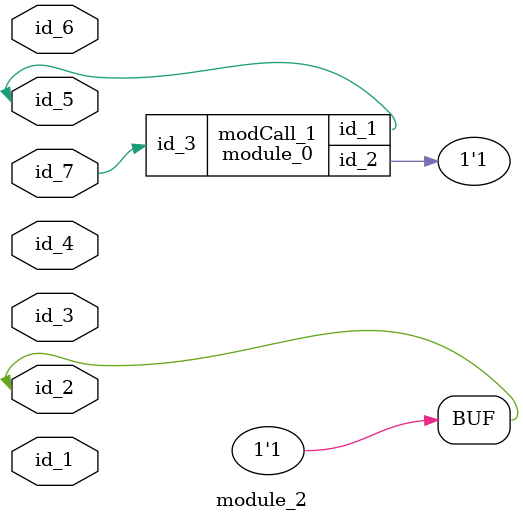
<source format=v>
module module_0 (
    id_1,
    id_2,
    id_3
);
  input wire id_3;
  inout wire id_2;
  output wire id_1;
  assign module_2.id_2 = 0;
endmodule
module module_1 (
    input tri id_0
);
  wire id_2;
  module_0 modCall_1 (
      id_2,
      id_2,
      id_2
  );
endmodule
module module_2 (
    id_1,
    id_2,
    id_3,
    id_4,
    id_5,
    id_6,
    id_7
);
  input wire id_7;
  input wire id_6;
  inout wire id_5;
  input wire id_4;
  input wire id_3;
  inout wire id_2;
  input wire id_1;
  generate
    assign id_2 = -1;
    begin : LABEL_0
      always id_2 = 1;
    end
  endgenerate
  module_0 modCall_1 (
      id_5,
      id_2,
      id_7
  );
endmodule

</source>
